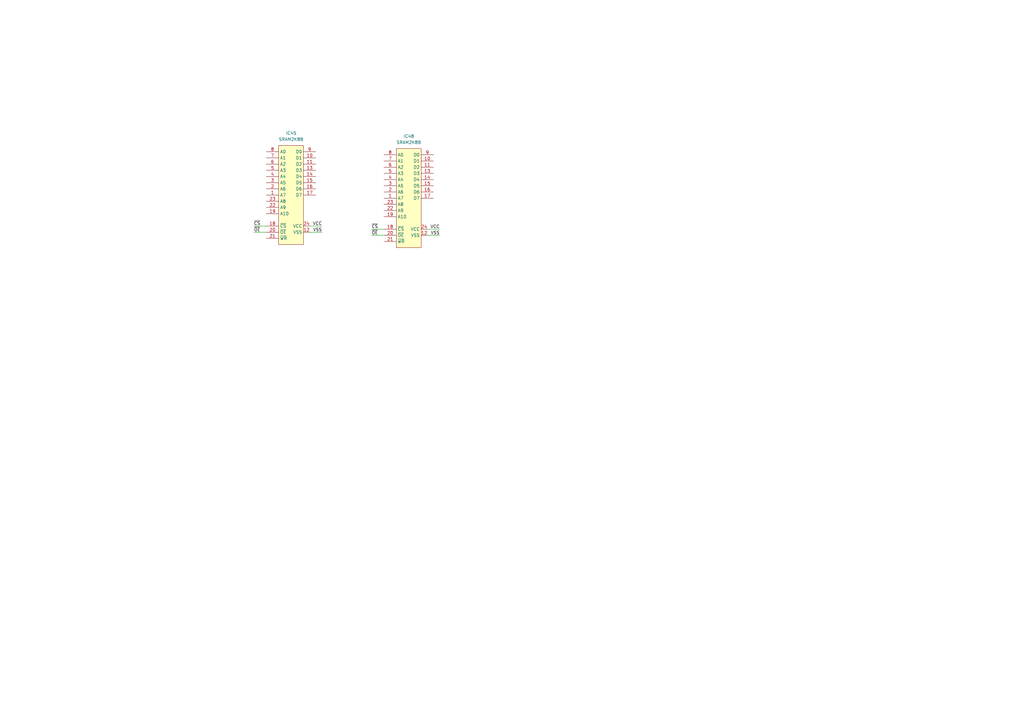
<source format=kicad_sch>
(kicad_sch (version 20231120) (generator "eeschema") (generator_version "8.0")
  (paper "A3")
  (lib_symbols
    (symbol "jt_ram:SRAM2K8B"
      (property "Reference" "U" (at 0 24.13 0))
      (property "Value" "SRAM2K8B" (at 0 21.59 0))
      (symbol "SRAM2K8B_0_1"
        (rectangle (start -5.08 20.32) (end 5.08 -20.32) (fill (type background)))
      )
      (symbol "SRAM2K8B_1_1"
        (pin input line (at -10.16 0 0) (length 5.08) (name "A7") (number "1"))
        (pin tri_state line (at 10.16 15.24 180) (length 5.08) (name "D1") (number "10"))
        (pin tri_state line (at 10.16 12.7 180) (length 5.08) (name "D2") (number "11"))
        (pin power_in line (at 7.62 -15.24 180) (length 2.54) (name "VSS") (number "12"))
        (pin tri_state line (at 10.16 10.16 180) (length 5.08) (name "D3") (number "13"))
        (pin tri_state line (at 10.16 7.62 180) (length 5.08) (name "D4") (number "14"))
        (pin tri_state line (at 10.16 5.08 180) (length 5.08) (name "D5") (number "15"))
        (pin tri_state line (at 10.16 2.54 180) (length 5.08) (name "D6") (number "16"))
        (pin tri_state line (at 10.16 0 180) (length 5.08) (name "D7") (number "17"))
        (pin input line (at -10.16 -12.7 0) (length 5.08) (name "~{CS}") (number "18"))
        (pin input line (at -10.16 -7.62 0) (length 5.08) (name "A10") (number "19"))
        (pin input line (at -10.16 2.54 0) (length 5.08) (name "A6") (number "2"))
        (pin input line (at -10.16 -15.24 0) (length 5.08) (name "~{OE}") (number "20"))
        (pin input line (at -10.16 -17.78 0) (length 5.08) (name "~{WR}") (number "21"))
        (pin input line (at -10.16 -5.08 0) (length 5.08) (name "A9") (number "22"))
        (pin input line (at -10.16 -2.54 0) (length 5.08) (name "A8") (number "23"))
        (pin power_in line (at 7.62 -12.7 180) (length 2.54) (name "VCC") (number "24"))
        (pin input line (at -10.16 5.08 0) (length 5.08) (name "A5") (number "3"))
        (pin input line (at -10.16 7.62 0) (length 5.08) (name "A4") (number "4"))
        (pin input line (at -10.16 10.16 0) (length 5.08) (name "A3") (number "5"))
        (pin input line (at -10.16 12.7 0) (length 5.08) (name "A2") (number "6"))
        (pin input line (at -10.16 15.24 0) (length 5.08) (name "A1") (number "7"))
        (pin input line (at -10.16 17.78 0) (length 5.08) (name "A0") (number "8"))
        (pin tri_state line (at 10.16 17.78 180) (length 5.08) (name "D0") (number "9"))
      )
    )
  )
  (wire (pts (xy 180.34 93.98) (xy 175.26 93.98)))
  (wire (pts (xy 132.08 95.25) (xy 127 95.25)))
  (wire (pts (xy 104.14 92.71) (xy 109.22 92.71)))
  (wire (pts (xy 152.4 93.98) (xy 157.48 93.98)))
  (wire (pts (xy 104.14 95.25) (xy 109.22 95.25)))
  (wire (pts (xy 180.34 96.52) (xy 175.26 96.52)))
  (wire (pts (xy 152.4 96.52) (xy 157.48 96.52)))
  (wire (pts (xy 132.08 92.71) (xy 127 92.71)))
  (label "VCC" (at 180.34 93.98 180))
  (label "~{OE}" (at 152.4 96.52 0))
  (label "~{CS}" (at 104.14 92.71 0))
  (label "~{OE}" (at 104.14 95.25 0))
  (label "VSS" (at 132.08 95.25 180))
  (label "VSS" (at 180.34 96.52 180))
  (label "~{CS}" (at 152.4 93.98 0))
  (label "VCC" (at 132.08 92.71 180))
  (symbol (lib_id "jt_ram:SRAM2K8B") (at 119.38 80.01 0) (unit 1)
    (property "Reference" "IC45" (at 119.38 54.61 0))
    (property "Value" "SRAM2K8B" (at 119.38 57.15 0))
    (property "Datasheet" "https://datasheetspdf.com/datasheet/MCM2128.html" (effects (hide yes)))
    (property "Description" "SRAM 16kbit (2048-word x 8-bit)" (effects (hide yes)))
  )
  (symbol (lib_id "jt_ram:SRAM2K8B") (at 167.64 81.28 0) (unit 1)
    (property "Reference" "IC48" (at 167.64 55.88 0))
    (property "Value" "SRAM2K8B" (at 167.64 58.42 0))
    (property "Datasheet" "https://datasheetspdf.com/datasheet/MCM2128.html" (effects (hide yes)))
    (property "Description" "SRAM 16kbit (2048-word x 8-bit)" (effects (hide yes)))
  )
)
</source>
